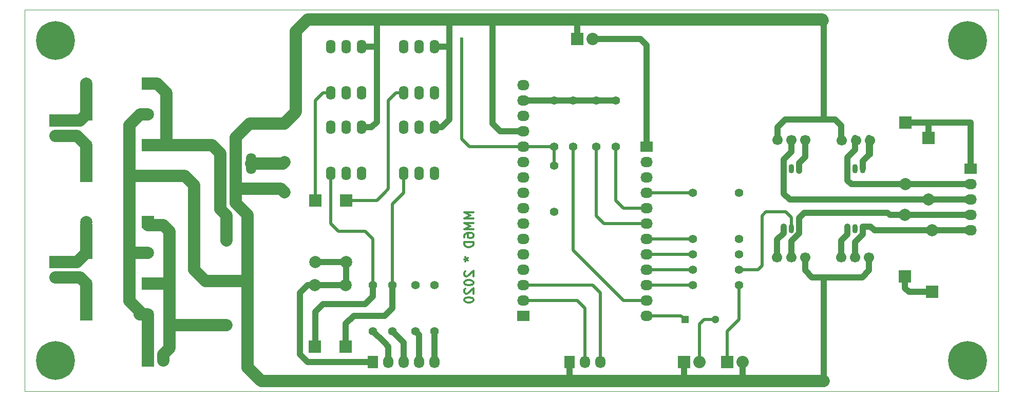
<source format=gbr>
G04 #@! TF.FileFunction,Copper,L2,Bot,Signal*
%FSLAX46Y46*%
G04 Gerber Fmt 4.6, Leading zero omitted, Abs format (unit mm)*
G04 Created by KiCad (PCBNEW 4.0.5+dfsg1-4) date Sun Nov  1 08:47:06 2020*
%MOMM*%
%LPD*%
G01*
G04 APERTURE LIST*
%ADD10C,0.100000*%
%ADD11C,0.300000*%
%ADD12R,1.300000X1.300000*%
%ADD13C,1.300000*%
%ADD14R,2.032000X2.032000*%
%ADD15O,2.032000X2.032000*%
%ADD16C,1.397000*%
%ADD17R,1.727200X2.032000*%
%ADD18O,1.727200X2.032000*%
%ADD19R,2.032000X1.727200*%
%ADD20O,2.032000X1.727200*%
%ADD21C,1.998980*%
%ADD22R,1.998980X1.998980*%
%ADD23O,1.699260X3.500120*%
%ADD24O,1.600000X2.300000*%
%ADD25O,0.899160X1.501140*%
%ADD26C,1.699260*%
%ADD27C,6.400000*%
%ADD28C,0.600000*%
%ADD29C,0.500000*%
%ADD30C,1.000000*%
%ADD31C,2.000000*%
G04 APERTURE END LIST*
D10*
D11*
X148760571Y-101319144D02*
X147260571Y-101319144D01*
X148332000Y-101819144D01*
X147260571Y-102319144D01*
X148760571Y-102319144D01*
X148760571Y-103033430D02*
X147260571Y-103033430D01*
X148332000Y-103533430D01*
X147260571Y-104033430D01*
X148760571Y-104033430D01*
X147260571Y-105390573D02*
X147260571Y-105104859D01*
X147332000Y-104962002D01*
X147403429Y-104890573D01*
X147617714Y-104747716D01*
X147903429Y-104676287D01*
X148474857Y-104676287D01*
X148617714Y-104747716D01*
X148689143Y-104819144D01*
X148760571Y-104962002D01*
X148760571Y-105247716D01*
X148689143Y-105390573D01*
X148617714Y-105462002D01*
X148474857Y-105533430D01*
X148117714Y-105533430D01*
X147974857Y-105462002D01*
X147903429Y-105390573D01*
X147832000Y-105247716D01*
X147832000Y-104962002D01*
X147903429Y-104819144D01*
X147974857Y-104747716D01*
X148117714Y-104676287D01*
X148760571Y-106176287D02*
X147260571Y-106176287D01*
X147260571Y-106533430D01*
X147332000Y-106747715D01*
X147474857Y-106890573D01*
X147617714Y-106962001D01*
X147903429Y-107033430D01*
X148117714Y-107033430D01*
X148403429Y-106962001D01*
X148546286Y-106890573D01*
X148689143Y-106747715D01*
X148760571Y-106533430D01*
X148760571Y-106176287D01*
X147260571Y-109033430D02*
X147617714Y-109033430D01*
X147474857Y-108676287D02*
X147617714Y-109033430D01*
X147474857Y-109390572D01*
X147903429Y-108819144D02*
X147617714Y-109033430D01*
X147903429Y-109247715D01*
X147403429Y-111033429D02*
X147332000Y-111104858D01*
X147260571Y-111247715D01*
X147260571Y-111604858D01*
X147332000Y-111747715D01*
X147403429Y-111819144D01*
X147546286Y-111890572D01*
X147689143Y-111890572D01*
X147903429Y-111819144D01*
X148760571Y-110962001D01*
X148760571Y-111890572D01*
X147260571Y-112819143D02*
X147260571Y-112962000D01*
X147332000Y-113104857D01*
X147403429Y-113176286D01*
X147546286Y-113247715D01*
X147832000Y-113319143D01*
X148189143Y-113319143D01*
X148474857Y-113247715D01*
X148617714Y-113176286D01*
X148689143Y-113104857D01*
X148760571Y-112962000D01*
X148760571Y-112819143D01*
X148689143Y-112676286D01*
X148617714Y-112604857D01*
X148474857Y-112533429D01*
X148189143Y-112462000D01*
X147832000Y-112462000D01*
X147546286Y-112533429D01*
X147403429Y-112604857D01*
X147332000Y-112676286D01*
X147260571Y-112819143D01*
X147403429Y-113890571D02*
X147332000Y-113962000D01*
X147260571Y-114104857D01*
X147260571Y-114462000D01*
X147332000Y-114604857D01*
X147403429Y-114676286D01*
X147546286Y-114747714D01*
X147689143Y-114747714D01*
X147903429Y-114676286D01*
X148760571Y-113819143D01*
X148760571Y-114747714D01*
X147260571Y-115676285D02*
X147260571Y-115819142D01*
X147332000Y-115961999D01*
X147403429Y-116033428D01*
X147546286Y-116104857D01*
X147832000Y-116176285D01*
X148189143Y-116176285D01*
X148474857Y-116104857D01*
X148617714Y-116033428D01*
X148689143Y-115961999D01*
X148760571Y-115819142D01*
X148760571Y-115676285D01*
X148689143Y-115533428D01*
X148617714Y-115461999D01*
X148474857Y-115390571D01*
X148189143Y-115319142D01*
X147832000Y-115319142D01*
X147546286Y-115390571D01*
X147403429Y-115461999D01*
X147332000Y-115533428D01*
X147260571Y-115676285D01*
D10*
X145288000Y-130810000D02*
X187706000Y-130810000D01*
X186690000Y-67818000D02*
X140208000Y-67818000D01*
X74803000Y-67818000D02*
X140335000Y-67818000D01*
X74803000Y-130810000D02*
X74803000Y-67818000D01*
X145415000Y-130810000D02*
X74803000Y-130810000D01*
X235331000Y-130810000D02*
X187579000Y-130810000D01*
X235331000Y-67818000D02*
X235331000Y-130810000D01*
X186563000Y-67818000D02*
X235331000Y-67818000D01*
D12*
X183642000Y-118999000D03*
D13*
X188642000Y-118999000D03*
D14*
X183515000Y-125984000D03*
D15*
X186055000Y-125984000D03*
D14*
X165862000Y-72644000D03*
D15*
X168402000Y-72644000D03*
D14*
X190627000Y-125984000D03*
D15*
X193167000Y-125984000D03*
D16*
X184912000Y-113284000D03*
X192532000Y-113284000D03*
D17*
X164592000Y-125984000D03*
D18*
X167132000Y-125984000D03*
X169672000Y-125984000D03*
D16*
X165227000Y-90424000D03*
X165227000Y-82804000D03*
X172212000Y-90424000D03*
X172212000Y-82804000D03*
X169037000Y-90424000D03*
X169037000Y-82804000D03*
X162052000Y-90424000D03*
X162052000Y-82804000D03*
X162052000Y-101219000D03*
X162052000Y-93599000D03*
D19*
X156972000Y-118364000D03*
D20*
X156972000Y-115824000D03*
X156972000Y-113284000D03*
X156972000Y-110744000D03*
X156972000Y-108204000D03*
X156972000Y-105664000D03*
X156972000Y-103124000D03*
X156972000Y-100584000D03*
X156972000Y-98044000D03*
X156972000Y-95504000D03*
X156972000Y-92964000D03*
X156972000Y-90424000D03*
X156972000Y-87884000D03*
X156972000Y-85344000D03*
X156972000Y-82804000D03*
X156972000Y-80264000D03*
D19*
X177292000Y-90424000D03*
D20*
X177292000Y-92964000D03*
X177292000Y-95504000D03*
X177292000Y-98044000D03*
X177292000Y-100584000D03*
X177292000Y-103124000D03*
X177292000Y-105664000D03*
X177292000Y-108204000D03*
X177292000Y-110744000D03*
X177292000Y-113284000D03*
X177292000Y-115824000D03*
X177292000Y-118364000D03*
D13*
X111577000Y-119888000D03*
D12*
X108077000Y-119888000D03*
D13*
X111577000Y-105918000D03*
D12*
X108077000Y-105918000D03*
X117602000Y-92964000D03*
D13*
X117602000Y-97964000D03*
D21*
X84963000Y-102872540D03*
D22*
X95123000Y-102872540D03*
D21*
X95123000Y-107947460D03*
D22*
X84963000Y-107947460D03*
D21*
X84963000Y-113032540D03*
D22*
X95123000Y-113032540D03*
D21*
X95123000Y-118107460D03*
D22*
X84963000Y-118107460D03*
D21*
X84963000Y-80012540D03*
D22*
X95123000Y-80012540D03*
D21*
X95123000Y-85087460D03*
D22*
X84963000Y-85087460D03*
D21*
X84963000Y-90172540D03*
D22*
X95123000Y-90172540D03*
D21*
X95123000Y-95247460D03*
D22*
X84963000Y-95247460D03*
D14*
X95123000Y-125730000D03*
D15*
X97663000Y-125730000D03*
D14*
X79883000Y-109474000D03*
D15*
X79883000Y-112014000D03*
D14*
X79883000Y-86106000D03*
D15*
X79883000Y-88646000D03*
D23*
X109601000Y-93218000D03*
X107061000Y-93218000D03*
X112141000Y-93218000D03*
D21*
X122679460Y-113284000D03*
D22*
X122679460Y-123444000D03*
D21*
X127759460Y-113284000D03*
D22*
X127759460Y-123444000D03*
D21*
X122684540Y-109474000D03*
D22*
X122684540Y-99314000D03*
D21*
X127764540Y-109474000D03*
D22*
X127764540Y-99314000D03*
D17*
X132207000Y-125984000D03*
D18*
X134747000Y-125984000D03*
X137287000Y-125984000D03*
X139827000Y-125984000D03*
X142367000Y-125984000D03*
D16*
X132207000Y-113284000D03*
X132207000Y-120904000D03*
X135382000Y-113284000D03*
X135382000Y-120904000D03*
X139192000Y-113284000D03*
X139192000Y-120904000D03*
X142367000Y-113284000D03*
X142367000Y-120904000D03*
D24*
X125222000Y-94869000D03*
X127762000Y-94869000D03*
X130302000Y-94869000D03*
X130302000Y-87249000D03*
X127762000Y-87249000D03*
X125222000Y-87249000D03*
X137287000Y-94869000D03*
X139827000Y-94869000D03*
X142367000Y-94869000D03*
X142367000Y-87249000D03*
X139827000Y-87249000D03*
X137287000Y-87249000D03*
X125222000Y-81534000D03*
X127762000Y-81534000D03*
X130302000Y-81534000D03*
X130302000Y-73914000D03*
X127762000Y-73914000D03*
X125222000Y-73914000D03*
X137287000Y-81534000D03*
X139827000Y-81534000D03*
X142367000Y-81534000D03*
X142367000Y-73914000D03*
X139827000Y-73914000D03*
X137287000Y-73914000D03*
D21*
X219966540Y-96647000D03*
D22*
X219966540Y-86487000D03*
D21*
X223776540Y-99187000D03*
D22*
X223776540Y-89027000D03*
D21*
X219961460Y-101727000D03*
D22*
X219961460Y-111887000D03*
D21*
X224406460Y-104267000D03*
D22*
X224406460Y-114427000D03*
D19*
X230759000Y-94107000D03*
D20*
X230759000Y-96647000D03*
X230759000Y-99187000D03*
X230759000Y-101727000D03*
X230759000Y-104267000D03*
D25*
X211709000Y-94107000D03*
X212979000Y-94107000D03*
X210439000Y-94107000D03*
X201231500Y-94107000D03*
X202501500Y-94107000D03*
X199961500Y-94107000D03*
X201168000Y-103949500D03*
X199898000Y-103949500D03*
X202438000Y-103949500D03*
X211709000Y-103949500D03*
X210439000Y-103949500D03*
X212979000Y-103949500D03*
D26*
X211836000Y-89408000D03*
X209544920Y-89408000D03*
X214127080Y-89408000D03*
X201231500Y-89344500D03*
X198940420Y-89344500D03*
X203522580Y-89344500D03*
X201168000Y-108712000D03*
X203459080Y-108712000D03*
X198876920Y-108712000D03*
X211709000Y-108712000D03*
X214000080Y-108712000D03*
X209417920Y-108712000D03*
D16*
X184912000Y-98044000D03*
X192532000Y-98044000D03*
X184912000Y-105664000D03*
X192532000Y-105664000D03*
X184912000Y-110744000D03*
X192532000Y-110744000D03*
X184912000Y-108204000D03*
X192532000Y-108204000D03*
D27*
X230251000Y-72898000D03*
X230251000Y-125730000D03*
X79883000Y-72898000D03*
X79883000Y-125730000D03*
D28*
X146812000Y-72644000D03*
D29*
X177292000Y-118364000D02*
X183007000Y-118364000D01*
X183007000Y-118364000D02*
X183642000Y-118999000D01*
X186055000Y-125984000D02*
X186055000Y-119761000D01*
X186817000Y-118999000D02*
X188642000Y-118999000D01*
X186055000Y-119761000D02*
X186817000Y-118999000D01*
D30*
X142367000Y-73914000D02*
X144780000Y-73914000D01*
X142367000Y-87249000D02*
X143510000Y-87249000D01*
X144780000Y-69596000D02*
X144907000Y-69469000D01*
X144780000Y-85979000D02*
X144780000Y-73914000D01*
X144780000Y-73914000D02*
X144780000Y-69596000D01*
X143510000Y-87249000D02*
X144780000Y-85979000D01*
X130302000Y-73914000D02*
X132842000Y-73914000D01*
X130302000Y-87249000D02*
X131953000Y-87249000D01*
X132842000Y-86360000D02*
X132842000Y-73914000D01*
X132842000Y-73914000D02*
X132842000Y-69469000D01*
X131953000Y-87249000D02*
X132842000Y-86360000D01*
X156972000Y-87884000D02*
X153162000Y-87884000D01*
X151892000Y-86614000D02*
X151892000Y-69469000D01*
X153162000Y-87884000D02*
X151892000Y-86614000D01*
X206502000Y-73025000D02*
X206502000Y-69723000D01*
X206502000Y-69723000D02*
X206248000Y-69469000D01*
D31*
X203581000Y-69469000D02*
X206248000Y-69469000D01*
X206248000Y-69469000D02*
X206375000Y-69596000D01*
D30*
X193167000Y-125984000D02*
X193167000Y-128524000D01*
X193167000Y-128524000D02*
X193802000Y-129159000D01*
X165862000Y-72644000D02*
X165862000Y-69469000D01*
X206502000Y-85979000D02*
X206502000Y-73025000D01*
D31*
X121412000Y-69469000D02*
X120777000Y-70104000D01*
X203581000Y-69469000D02*
X165862000Y-69469000D01*
X165862000Y-69469000D02*
X151892000Y-69469000D01*
X151892000Y-69469000D02*
X144907000Y-69469000D01*
X144907000Y-69469000D02*
X132842000Y-69469000D01*
X132842000Y-69469000D02*
X121412000Y-69469000D01*
X109601000Y-97409000D02*
X117047000Y-97409000D01*
X117047000Y-97409000D02*
X117602000Y-97964000D01*
X109601000Y-93218000D02*
X109601000Y-88900000D01*
X109601000Y-88900000D02*
X111887000Y-86614000D01*
X111887000Y-86614000D02*
X117602000Y-86614000D01*
X117602000Y-86614000D02*
X119507000Y-84709000D01*
X119507000Y-84709000D02*
X119507000Y-71374000D01*
X119507000Y-71374000D02*
X120777000Y-70104000D01*
D30*
X198940420Y-89344500D02*
X198940420Y-87190580D01*
X209417920Y-86989920D02*
X209417920Y-89027000D01*
X208407000Y-85979000D02*
X209417920Y-86989920D01*
X200152000Y-85979000D02*
X206502000Y-85979000D01*
X206502000Y-85979000D02*
X208407000Y-85979000D01*
X198940420Y-87190580D02*
X200152000Y-85979000D01*
X164592000Y-129159000D02*
X164592000Y-125984000D01*
D31*
X165862000Y-129159000D02*
X164592000Y-129159000D01*
X164592000Y-129159000D02*
X149352000Y-129159000D01*
X111577000Y-126944000D02*
X113792000Y-129159000D01*
X113792000Y-129159000D02*
X149352000Y-129159000D01*
X111577000Y-126944000D02*
X111577000Y-119888000D01*
D30*
X183515000Y-125984000D02*
X183515000Y-129159000D01*
D31*
X206502000Y-129159000D02*
X193802000Y-129159000D01*
X193802000Y-129159000D02*
X183515000Y-129159000D01*
X183515000Y-129159000D02*
X165862000Y-129159000D01*
D30*
X206502000Y-112014000D02*
X206502000Y-129159000D01*
X203459080Y-108712000D02*
X203459080Y-110876080D01*
X214000080Y-110865920D02*
X214000080Y-108712000D01*
X212852000Y-112014000D02*
X214000080Y-110865920D01*
X204597000Y-112014000D02*
X206502000Y-112014000D01*
X206502000Y-112014000D02*
X212852000Y-112014000D01*
X203459080Y-110876080D02*
X204597000Y-112014000D01*
D31*
X95123000Y-95247460D02*
X101216460Y-95247460D01*
X104584500Y-112585500D02*
X111513500Y-112585500D01*
X102743000Y-110744000D02*
X104584500Y-112585500D01*
X102743000Y-96774000D02*
X102743000Y-110744000D01*
X101216460Y-95247460D02*
X102743000Y-96774000D01*
X93726000Y-118107460D02*
X93726000Y-117602000D01*
X93726000Y-117602000D02*
X92075000Y-115951000D01*
X92075000Y-87122000D02*
X92075000Y-86868000D01*
X93855540Y-85087460D02*
X95123000Y-85087460D01*
X92075000Y-86868000D02*
X93855540Y-85087460D01*
X111513500Y-119761000D02*
X111513500Y-112585500D01*
X111513500Y-112585500D02*
X111513500Y-105981500D01*
D30*
X111513500Y-105981500D02*
X111577000Y-105918000D01*
D31*
X111577000Y-105918000D02*
X111577000Y-101734500D01*
X109601000Y-99758500D02*
X109601000Y-97409000D01*
X109601000Y-97409000D02*
X109601000Y-93218000D01*
X111577000Y-101734500D02*
X109601000Y-99758500D01*
X93599000Y-95247460D02*
X92075000Y-95247460D01*
X92075000Y-107947460D02*
X92075000Y-99314000D01*
X92075000Y-99314000D02*
X92075000Y-95247460D01*
X92075000Y-95247460D02*
X92075000Y-93218000D01*
X95123000Y-125730000D02*
X95123000Y-118107460D01*
X92075000Y-87122000D02*
X92075000Y-93218000D01*
X93599000Y-95247460D02*
X95123000Y-95247460D01*
X92075000Y-107947460D02*
X95123000Y-107947460D01*
X92075000Y-109474000D02*
X92075000Y-107947460D01*
X92075000Y-109474000D02*
X92075000Y-115951000D01*
X95123000Y-118107460D02*
X93726000Y-118107460D01*
D30*
X168402000Y-72644000D02*
X175260000Y-72644000D01*
X177292000Y-73660000D02*
X177292000Y-90424000D01*
X176276000Y-72644000D02*
X177292000Y-73660000D01*
X175260000Y-72644000D02*
X176276000Y-72644000D01*
D29*
X190627000Y-125984000D02*
X190627000Y-120904000D01*
X192532000Y-118999000D02*
X192532000Y-113284000D01*
X190627000Y-120904000D02*
X192532000Y-118999000D01*
X184912000Y-113284000D02*
X177292000Y-113284000D01*
X167132000Y-125984000D02*
X167132000Y-117094000D01*
X165862000Y-115824000D02*
X156972000Y-115824000D01*
X167132000Y-117094000D02*
X165862000Y-115824000D01*
X156972000Y-113284000D02*
X168402000Y-113284000D01*
X169672000Y-114554000D02*
X169672000Y-125984000D01*
X168402000Y-113284000D02*
X169672000Y-114554000D01*
X165227000Y-90424000D02*
X165227000Y-107569000D01*
X173482000Y-115824000D02*
X177292000Y-115824000D01*
X165227000Y-107569000D02*
X173482000Y-115824000D01*
D30*
X172212000Y-82804000D02*
X169037000Y-82804000D01*
X169037000Y-82804000D02*
X165227000Y-82804000D01*
X165227000Y-82804000D02*
X162052000Y-82804000D01*
X162052000Y-82804000D02*
X156972000Y-82804000D01*
D29*
X172212000Y-90424000D02*
X172212000Y-99314000D01*
X173482000Y-100584000D02*
X177292000Y-100584000D01*
X172212000Y-99314000D02*
X173482000Y-100584000D01*
X169037000Y-90424000D02*
X169037000Y-101854000D01*
X170307000Y-103124000D02*
X177292000Y-103124000D01*
X169037000Y-101854000D02*
X170307000Y-103124000D01*
X146812000Y-72644000D02*
X146812000Y-89154000D01*
X146812000Y-89154000D02*
X148082000Y-90424000D01*
X148082000Y-90424000D02*
X156972000Y-90424000D01*
X156972000Y-90424000D02*
X162052000Y-90424000D01*
X162052000Y-90424000D02*
X162052000Y-93599000D01*
D31*
X98679000Y-119888000D02*
X108077000Y-119888000D01*
D30*
X107950000Y-119824500D02*
X108013500Y-119888000D01*
D31*
X95123000Y-113032540D02*
X98679000Y-113032540D01*
X97663000Y-125730000D02*
X97663000Y-124714000D01*
X97663000Y-124714000D02*
X98679000Y-123698000D01*
X98679000Y-123698000D02*
X98679000Y-119888000D01*
X98679000Y-119888000D02*
X98679000Y-119824500D01*
X98679000Y-119824500D02*
X98679000Y-113032540D01*
X98679000Y-113032540D02*
X98679000Y-104394000D01*
X98679000Y-104394000D02*
X97665540Y-103380540D01*
X97665540Y-103380540D02*
X95123000Y-103380540D01*
D30*
X94612460Y-103380540D02*
X95123000Y-103380540D01*
D31*
X98139250Y-90170000D02*
X105664000Y-90170000D01*
X105664000Y-90170000D02*
X107061000Y-91567000D01*
X107061000Y-91567000D02*
X107061000Y-93218000D01*
X98139250Y-90170000D02*
X95125540Y-90170000D01*
D30*
X95125540Y-90170000D02*
X95123000Y-90172540D01*
D31*
X98139250Y-88677750D02*
X98139250Y-90170000D01*
X108077000Y-105918000D02*
X108077000Y-101790500D01*
X108077000Y-101790500D02*
X107061000Y-100774500D01*
X107061000Y-100774500D02*
X107061000Y-93218000D01*
D30*
X98139250Y-88677750D02*
X98171000Y-88646000D01*
D31*
X96649540Y-80012540D02*
X95123000Y-80012540D01*
X98171000Y-81534000D02*
X96649540Y-80012540D01*
X98171000Y-85090000D02*
X98171000Y-81534000D01*
X98171000Y-88646000D02*
X98171000Y-85090000D01*
X112141000Y-93218000D02*
X117348000Y-93218000D01*
X117348000Y-93218000D02*
X117602000Y-92964000D01*
X84963000Y-103380540D02*
X84963000Y-107947460D01*
X84963000Y-107947460D02*
X83436460Y-109474000D01*
X83436460Y-109474000D02*
X79883000Y-109474000D01*
X84963000Y-113032540D02*
X83944460Y-112014000D01*
X83944460Y-112014000D02*
X79883000Y-112014000D01*
X84963000Y-118107460D02*
X84963000Y-113032540D01*
X84963000Y-85087460D02*
X84963000Y-80012540D01*
X79883000Y-86106000D02*
X83944460Y-86106000D01*
X83944460Y-86106000D02*
X84963000Y-85087460D01*
X79883000Y-88646000D02*
X83436460Y-88646000D01*
X83436460Y-88646000D02*
X84963000Y-90172540D01*
X84963000Y-90172540D02*
X84963000Y-95247460D01*
D30*
X132207000Y-125984000D02*
X121412000Y-125984000D01*
X121412000Y-113284000D02*
X122679460Y-113284000D01*
X120142000Y-114554000D02*
X121412000Y-113284000D01*
X120142000Y-124714000D02*
X120142000Y-114554000D01*
X121412000Y-125984000D02*
X120142000Y-124714000D01*
X122679460Y-113284000D02*
X127759460Y-113284000D01*
X127759460Y-113284000D02*
X127764540Y-113278920D01*
X127764540Y-113278920D02*
X127764540Y-109474000D01*
X127764540Y-109474000D02*
X122684540Y-109474000D01*
D29*
X132207000Y-113284000D02*
X132207000Y-105664000D01*
X132207000Y-105664000D02*
X130937000Y-104394000D01*
X130937000Y-104394000D02*
X126492000Y-104394000D01*
X126492000Y-104394000D02*
X125222000Y-103124000D01*
X125222000Y-103124000D02*
X125222000Y-94869000D01*
D30*
X132207000Y-113284000D02*
X132207000Y-115189000D01*
X122682000Y-117729000D02*
X122682000Y-123441460D01*
X123952000Y-116459000D02*
X122682000Y-117729000D01*
X130937000Y-116459000D02*
X123952000Y-116459000D01*
X132207000Y-115189000D02*
X130937000Y-116459000D01*
X122682000Y-123441460D02*
X122679460Y-123444000D01*
D29*
X135382000Y-113284000D02*
X135382000Y-99949000D01*
X137287000Y-98044000D02*
X137287000Y-94869000D01*
X135382000Y-99949000D02*
X137287000Y-98044000D01*
D30*
X127759460Y-123444000D02*
X127759460Y-119636540D01*
X135382000Y-117094000D02*
X135382000Y-113284000D01*
X134112000Y-118364000D02*
X135382000Y-117094000D01*
X129032000Y-118364000D02*
X134112000Y-118364000D01*
X127759460Y-119636540D02*
X129032000Y-118364000D01*
D29*
X122684540Y-99314000D02*
X122684540Y-82801460D01*
X123952000Y-81534000D02*
X125222000Y-81534000D01*
X122684540Y-82801460D02*
X123952000Y-81534000D01*
X134747000Y-82804000D02*
X136017000Y-81534000D01*
X134747000Y-97409000D02*
X134747000Y-82804000D01*
X134112000Y-98044000D02*
X134747000Y-97409000D01*
X136017000Y-81534000D02*
X137287000Y-81534000D01*
X127764540Y-99314000D02*
X132842000Y-99314000D01*
X132842000Y-99314000D02*
X134112000Y-98044000D01*
D30*
X132207000Y-120904000D02*
X134112000Y-122809000D01*
X134747000Y-123444000D02*
X134747000Y-125984000D01*
X134112000Y-122809000D02*
X134747000Y-123444000D01*
X135382000Y-120904000D02*
X137287000Y-122809000D01*
X137287000Y-122809000D02*
X137287000Y-125984000D01*
X139192000Y-120904000D02*
X139827000Y-121539000D01*
X139827000Y-121539000D02*
X139827000Y-125984000D01*
X142367000Y-120904000D02*
X142367000Y-125984000D01*
X211709000Y-90932000D02*
X211709000Y-89027000D01*
X211074000Y-96647000D02*
X219966540Y-96647000D01*
X210439000Y-96012000D02*
X211074000Y-96647000D01*
X219966540Y-96647000D02*
X230759000Y-96647000D01*
X210439000Y-92202000D02*
X211709000Y-90932000D01*
X210439000Y-95377000D02*
X210439000Y-96012000D01*
X210439000Y-94107000D02*
X210439000Y-92202000D01*
X210439000Y-94107000D02*
X210439000Y-95377000D01*
X224406460Y-114427000D02*
X220599000Y-114427000D01*
X219961460Y-113789460D02*
X219961460Y-111887000D01*
X220599000Y-114427000D02*
X219961460Y-113789460D01*
X223776540Y-89027000D02*
X223776540Y-86487000D01*
X219966540Y-86487000D02*
X223776540Y-86487000D01*
X223776540Y-86487000D02*
X230759000Y-86487000D01*
X230759000Y-86487000D02*
X230759000Y-94107000D01*
X201231500Y-91249500D02*
X201231500Y-89344500D01*
X223776540Y-99187000D02*
X200914000Y-99187000D01*
X200914000Y-99187000D02*
X199961500Y-98234500D01*
X223776540Y-99187000D02*
X230759000Y-99187000D01*
X199961500Y-92519500D02*
X201231500Y-91249500D01*
X199961500Y-94424500D02*
X199961500Y-92519500D01*
X199961500Y-98234500D02*
X199961500Y-94424500D01*
X217424000Y-101727000D02*
X219961460Y-101727000D01*
X217043000Y-101346000D02*
X217424000Y-101727000D01*
X203327000Y-101346000D02*
X217043000Y-101346000D01*
X201168000Y-108712000D02*
X201168000Y-106045000D01*
X201168000Y-106045000D02*
X202438000Y-104775000D01*
X219961460Y-101727000D02*
X230759000Y-101727000D01*
X202438000Y-102235000D02*
X203327000Y-101346000D01*
X202438000Y-103632000D02*
X202438000Y-102235000D01*
X202438000Y-104775000D02*
X202438000Y-103632000D01*
X211709000Y-106172000D02*
X211709000Y-108712000D01*
X224406460Y-104267000D02*
X214884000Y-104267000D01*
X214884000Y-104267000D02*
X214249000Y-103632000D01*
X211709000Y-108077000D02*
X211709000Y-108712000D01*
X230759000Y-104267000D02*
X224406460Y-104267000D01*
X212979000Y-104902000D02*
X211709000Y-106172000D01*
X212979000Y-103632000D02*
X212979000Y-104902000D01*
X214249000Y-103632000D02*
X212979000Y-103632000D01*
D29*
X201168000Y-103632000D02*
X201168000Y-102108000D01*
X195707000Y-110744000D02*
X192532000Y-110744000D01*
X196342000Y-110109000D02*
X195707000Y-110744000D01*
X196342000Y-109474000D02*
X196342000Y-110109000D01*
X196342000Y-101854000D02*
X196342000Y-109474000D01*
X196977000Y-101219000D02*
X196342000Y-101854000D01*
X200279000Y-101219000D02*
X196977000Y-101219000D01*
X201168000Y-102108000D02*
X200279000Y-101219000D01*
X184912000Y-98044000D02*
X177292000Y-98044000D01*
X177292000Y-105664000D02*
X184912000Y-105664000D01*
X184912000Y-110744000D02*
X177292000Y-110744000D01*
X184912000Y-108204000D02*
X177292000Y-108204000D01*
D30*
X212979000Y-94107000D02*
X212979000Y-92837000D01*
X212979000Y-92837000D02*
X214000080Y-91815920D01*
X214127080Y-89408000D02*
X214127080Y-91688920D01*
X214127080Y-91688920D02*
X214000080Y-91815920D01*
X214000080Y-91815920D02*
X214000080Y-89027000D01*
X202501500Y-94424500D02*
X202501500Y-93154500D01*
X202501500Y-93154500D02*
X203522580Y-92133420D01*
X203522580Y-92133420D02*
X203522580Y-89344500D01*
X199898000Y-104775000D02*
X199898000Y-103632000D01*
X198876920Y-105796080D02*
X199898000Y-104775000D01*
X198876920Y-108712000D02*
X198876920Y-105796080D01*
X210439000Y-103632000D02*
X210439000Y-104902000D01*
X210439000Y-104902000D02*
X209417920Y-105923080D01*
X209417920Y-105923080D02*
X209417920Y-108712000D01*
M02*

</source>
